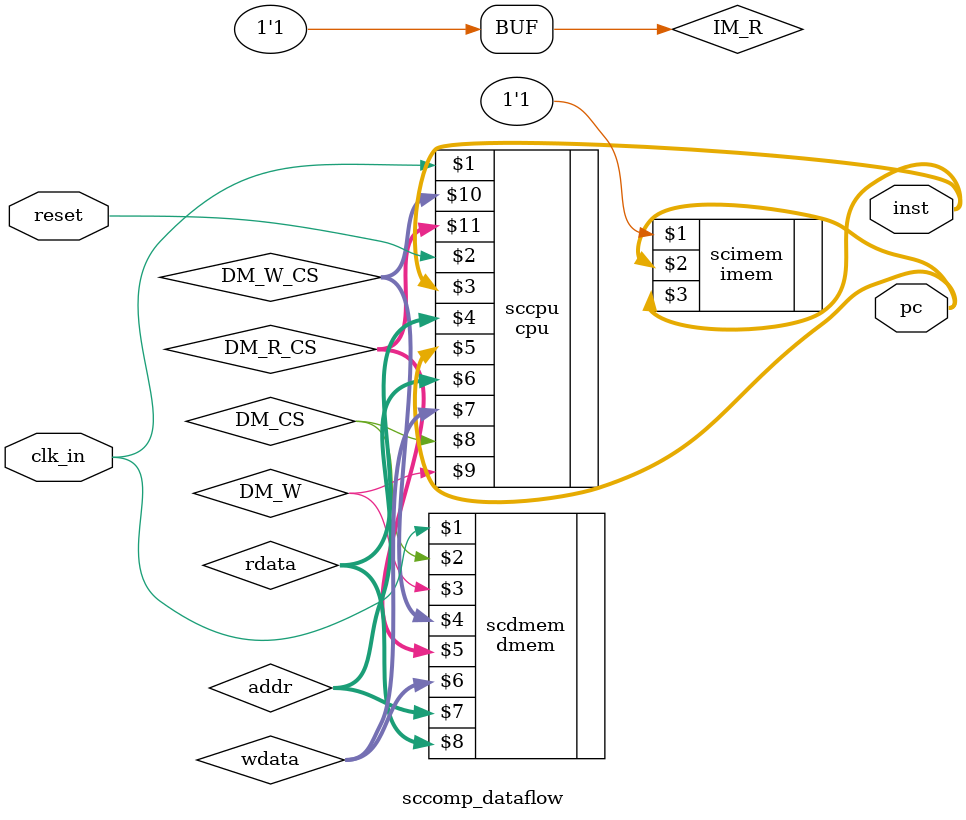
<source format=v>

`timescale 1ns / 1ps

module sccomp_dataflow(
    input clk_in,
    input reset,
    output [31:0] inst,
    output [31:0] pc
//    output [7:0] o_seg,
//    output [7:0] o_sel
    );

    parameter T1s = 99_999;

    reg [30:0] count;
    reg clk_1s;
    wire IM_R;   
    wire DM_CS;  
    wire DM_W;
    wire [1:0] DM_W_CS;
    wire [1:0] DM_R_CS;   
    wire [31:0] addr;
    wire [31:0] wdata;
    wire [31:0] rdata;
//    wire [31:0] inst;
//    wire [31:0] pc;
    
    always @ (posedge clk_in or posedge reset) begin
        if(reset) begin
            clk_1s <= 0;
            count <= 0;
        end
        else if(count == T1s) begin
            count <= 0;
            clk_1s <= ~clk_1s;
        end
        else
            count <= count + 1;
    end
    assign IM_R = 1;
    
    imem scimem(IM_R, pc, inst);
    cpu sccpu(clk_in, reset, inst, rdata, pc, addr, wdata, DM_CS, DM_W, DM_W_CS, DM_R_CS);
//    imem scimem(.a(pc[12:2]),
//                 .spo(inst)
//                 );
                 
    dmem scdmem(clk_in, DM_CS, DM_W, DM_W_CS, DM_R_CS, wdata, addr, rdata);
    //seg7x16 seg7(clk_in, reset, 1, pc, o_seg, o_sel);

endmodule
</source>
